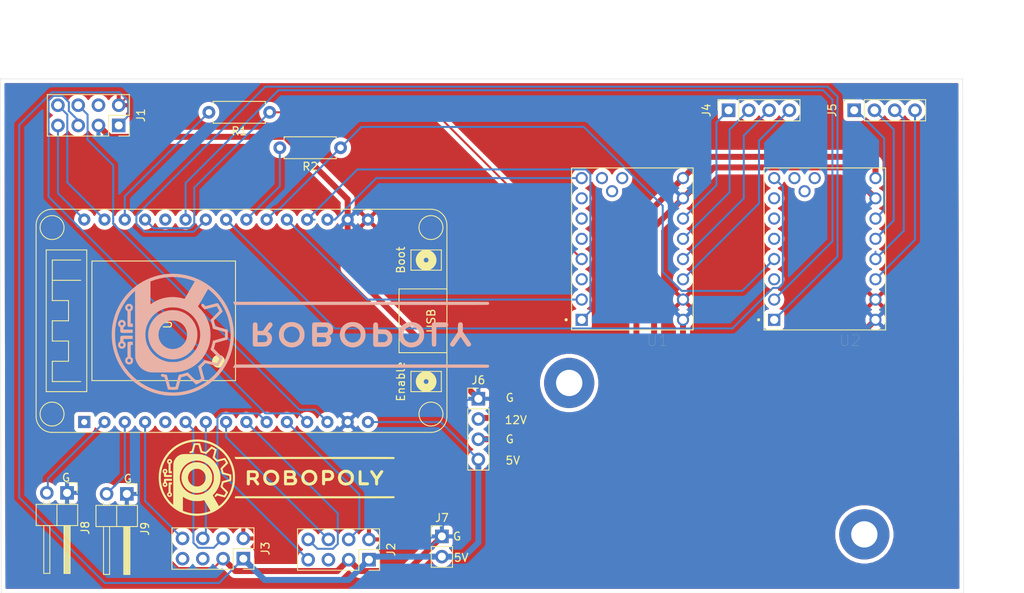
<source format=kicad_pcb>
(kicad_pcb (version 20171130) (host pcbnew 5.1.9-73d0e3b20d~88~ubuntu20.04.1)
  (layers (0 F.Cu signal) (31 B.Cu signal) (34 B.Paste user) (35 F.Paste user) (36 B.SilkS user) (37 F.SilkS user) (38 B.Mask user) (39 F.Mask user) (44 Edge.Cuts user))
  (net 0 "")
  (net 1 GND)
  (net 2 +5V)
  (net 3 I2C_CLK)
  (net 4 I2C_DATA)
  (net 5 B2)
  (net 6 B1)
  (net 7 +12V)
  (net 8 "Net-(J2-Pad5)")
  (net 9 "Net-(J3-Pad5)")
  (net 10 S1_0)
  (net 11 S2_0)
  (net 12 P_DATA_0)
  (net 13 P_CLK_0)
  (net 14 S1_1)
  (net 15 S2_1)
  (net 16 P_DATA_1)
  (net 17 P_CLK_1)
  (net 18 EN_1)
  (net 19 DIR_1)
  (net 20 PULS_1)
  (net 21 EN_0)
  (net 22 DIR_0)
  (net 23 PULS_0)
  (net 24 +3.3V)
  (net 25 "Net-(J4-Pad1)")
  (net 26 "Net-(J4-Pad2)")
  (net 27 "Net-(J4-Pad3)")
  (net 28 "Net-(J4-Pad4)")
  (net 29 "Net-(J5-Pad4)")
  (net 30 "Net-(J5-Pad3)")
  (net 31 "Net-(J5-Pad2)")
  (net 32 "Net-(J5-Pad1)")
  (net 33 "Net-(U2-PadJP1_7)")
  (net 34 "Net-(U2-PadJP1_6)")
  (net 35 "Net-(U2-PadJP1_5)")
  (net 36 "Net-(U2-PadJP1_3)")
  (net 37 "Net-(U2-PadJP5_1)")
  (net 38 "Net-(U2-PadJP4_1)")
  (net 39 "Net-(U2-PadJP3_1)")
  (net 40 "Net-(J1-Pad4)")
  (net 41 "Net-(J8-Pad2)")
  (net 42 "Net-(J9-Pad2)")
  (net 43 "Net-(U1-PadJP1_7)")
  (net 44 "Net-(U1-PadJP1_6)")
  (net 45 "Net-(U1-PadJP1_5)")
  (net 46 UART_0)
  (net 47 "Net-(U1-PadJP1_3)")
  (net 48 "Net-(U1-PadJP5_1)")
  (net 49 "Net-(U1-PadJP4_1)")
  (net 50 "Net-(U1-PadJP3_1)")
  (net 51 UART_1)
  (net 52 "Net-(R1-Pad2)")
  (net 53 "Net-(R2-Pad2)")
  (net 54 "Net-(U3-Pad1)")
  (net 55 "Net-(U3-Pad5)")
  (net 56 "Net-(U3-Pad26)")
  (module ProjectModules:MODULE_TMC2208_SILENTSTEPSTICK (layer F.Cu) (at 126.111 83.82 180)
    (fp_text reference U1 (at -3.155 -11.489) (layer F.SilkS) (effects (font (size 1.4 1.4) (thickness 0.015))))
    (fp_text value TMC2208_SILENTSTEPSTICK-TMC2208_SILENTSTEPSTICK)
    (pad JP3_1 thru_hole circle (at 2.54 7.239 180) (size 1.524 1.524) (drill 1.016) (layers *.Cu *.Mask) (net 50 "Net-(U1-PadJP3_1)"))
    (pad JP4_1 thru_hole circle (at 1.27 8.89 180) (size 1.524 1.524) (drill 1.016) (layers *.Cu *.Mask) (net 49 "Net-(U1-PadJP4_1)"))
    (pad JP5_1 thru_hole circle (at 3.81 8.89 180) (size 1.524 1.524) (drill 1.016) (layers *.Cu *.Mask) (net 48 "Net-(U1-PadJP5_1)"))
    (pad JP1_1 thru_hole rect (at 6.35 -8.89 180) (size 1.524 1.524) (drill 1.016) (layers *.Cu *.Mask) (net 22 DIR_0))
    (pad JP1_2 thru_hole circle (at 6.35 -6.35 180) (size 1.524 1.524) (drill 1.016) (layers *.Cu *.Mask) (net 23 PULS_0))
    (pad JP1_3 thru_hole circle (at 6.35 -3.81 180) (size 1.524 1.524) (drill 1.016) (layers *.Cu *.Mask) (net 47 "Net-(U1-PadJP1_3)"))
    (pad JP1_4 thru_hole circle (at 6.35 -1.27 180) (size 1.524 1.524) (drill 1.016) (layers *.Cu *.Mask) (net 46 UART_0))
    (pad JP1_5 thru_hole circle (at 6.35 1.27 180) (size 1.524 1.524) (drill 1.016) (layers *.Cu *.Mask) (net 45 "Net-(U1-PadJP1_5)"))
    (pad JP1_6 thru_hole circle (at 6.35 3.81 180) (size 1.524 1.524) (drill 1.016) (layers *.Cu *.Mask) (net 44 "Net-(U1-PadJP1_6)"))
    (pad JP1_7 thru_hole circle (at 6.35 6.35 180) (size 1.524 1.524) (drill 1.016) (layers *.Cu *.Mask) (net 43 "Net-(U1-PadJP1_7)"))
    (pad JP1_8 thru_hole circle (at 6.35 8.89 180) (size 1.524 1.524) (drill 1.016) (layers *.Cu *.Mask) (net 21 EN_0))
    (pad JP2_1 thru_hole circle (at -6.35 8.89 180) (size 1.524 1.524) (drill 1.016) (layers *.Cu *.Mask) (net 7 +12V))
    (pad JP2_2 thru_hole circle (at -6.35 6.35 180) (size 1.524 1.524) (drill 1.016) (layers *.Cu *.Mask) (net 1 GND))
    (pad JP2_3 thru_hole circle (at -6.35 3.81 180) (size 1.524 1.524) (drill 1.016) (layers *.Cu *.Mask) (net 25 "Net-(J4-Pad1)"))
    (pad JP2_4 thru_hole circle (at -6.35 1.27 180) (size 1.524 1.524) (drill 1.016) (layers *.Cu *.Mask) (net 26 "Net-(J4-Pad2)"))
    (pad JP2_5 thru_hole circle (at -6.35 -1.27 180) (size 1.524 1.524) (drill 1.016) (layers *.Cu *.Mask) (net 27 "Net-(J4-Pad3)"))
    (pad JP2_6 thru_hole circle (at -6.35 -3.81 180) (size 1.524 1.524) (drill 1.016) (layers *.Cu *.Mask) (net 28 "Net-(J4-Pad4)"))
    (pad JP2_7 thru_hole circle (at -6.35 -6.35 180) (size 1.524 1.524) (drill 1.016) (layers *.Cu *.Mask) (net 24 +3.3V))
    (pad JP2_8 thru_hole circle (at -6.35 -8.89 180) (size 1.524 1.524) (drill 1.016) (layers *.Cu *.Mask) (net 1 GND))
  )
  (module Connector_PinSocket_2.54mm:PinSocket_2x04_P2.54mm_Vertical (layer F.Cu) (at 93.091 122.809 270)
    (fp_text reference J2 (at -1.27 -2.77 90) (layer F.SilkS))
    (fp_text value GLASS_0)
    (pad 8 thru_hole oval (at -2.54 7.62 270) (size 1.7 1.7) (drill 1) (layers *.Cu *.Mask) (net 10 S1_0))
    (pad 7 thru_hole oval (at 0 7.62 270) (size 1.7 1.7) (drill 1) (layers *.Cu *.Mask) (net 11 S2_0))
    (pad 6 thru_hole oval (at -2.54 5.08 270) (size 1.7 1.7) (drill 1) (layers *.Cu *.Mask) (net 12 P_DATA_0))
    (pad 5 thru_hole oval (at 0 5.08 270) (size 1.7 1.7) (drill 1) (layers *.Cu *.Mask) (net 8 "Net-(J2-Pad5)"))
    (pad 4 thru_hole oval (at -2.54 2.54 270) (size 1.7 1.7) (drill 1) (layers *.Cu *.Mask) (net 13 P_CLK_0))
    (pad 3 thru_hole oval (at 0 2.54 270) (size 1.7 1.7) (drill 1) (layers *.Cu *.Mask) (net 1 GND))
    (pad 2 thru_hole oval (at -2.54 0 270) (size 1.7 1.7) (drill 1) (layers *.Cu *.Mask) (net 24 +3.3V))
    (pad 1 thru_hole rect (at 0 0 270) (size 1.7 1.7) (drill 1) (layers *.Cu *.Mask) (net 2 +5V))
  )
  (module ProjectModules:esp32_devkit_v1_doit (layer F.Cu) (at 57.404 92.837 90)
    (fp_text reference U3 (at 0 10.47 90) (layer F.SilkS))
    (fp_text value ESP32_DevKit_V1_DOIT_30_pin)
    (fp_text user USB (at 0 43.49 90) (layer F.SilkS))
    (fp_text user Boot (at 7.62 39.68 90) (layer F.SilkS))
    (fp_text user Enable (at -7.62 39.68 90) (layer F.SilkS))
    (pad 1 thru_hole rect (at -12.7 0 90) (size 1.524 1.524) (drill 0.762) (layers *.Cu *.Mask) (net 54 "Net-(U3-Pad1)"))
    (pad 2 thru_hole circle (at -12.7 2.54 90) (size 1.524 1.524) (drill 0.762) (layers *.Cu *.Mask) (net 41 "Net-(J8-Pad2)"))
    (pad 3 thru_hole circle (at -12.7 5.08 90) (size 1.524 1.524) (drill 0.762) (layers *.Cu *.Mask) (net 42 "Net-(J9-Pad2)"))
    (pad 4 thru_hole circle (at -12.7 7.62 90) (size 1.524 1.524) (drill 0.762) (layers *.Cu *.Mask) (net 14 S1_1))
    (pad 5 thru_hole circle (at -12.7 10.16 90) (size 1.524 1.524) (drill 0.762) (layers *.Cu *.Mask) (net 55 "Net-(U3-Pad5)"))
    (pad 6 thru_hole circle (at -12.7 12.7 90) (size 1.524 1.524) (drill 0.762) (layers *.Cu *.Mask) (net 17 P_CLK_1))
    (pad 7 thru_hole circle (at -12.7 15.24 90) (size 1.524 1.524) (drill 0.762) (layers *.Cu *.Mask) (net 16 P_DATA_1))
    (pad 8 thru_hole circle (at -12.7 17.78 90) (size 1.524 1.524) (drill 0.762) (layers *.Cu *.Mask) (net 12 P_DATA_0))
    (pad 9 thru_hole circle (at -12.7 20.32 90) (size 1.524 1.524) (drill 0.762) (layers *.Cu *.Mask) (net 10 S1_0))
    (pad 10 thru_hole circle (at -12.7 22.86 90) (size 1.524 1.524) (drill 0.762) (layers *.Cu *.Mask) (net 11 S2_0))
    (pad 11 thru_hole circle (at -12.7 25.4 90) (size 1.524 1.524) (drill 0.762) (layers *.Cu *.Mask) (net 13 P_CLK_0))
    (pad 12 thru_hole circle (at -12.7 27.94 90) (size 1.524 1.524) (drill 0.762) (layers *.Cu *.Mask) (net 6 B1))
    (pad 13 thru_hole circle (at -12.7 30.48 90) (size 1.524 1.524) (drill 0.762) (layers *.Cu *.Mask) (net 5 B2))
    (pad 14 thru_hole circle (at -12.7 33.02 90) (size 1.524 1.524) (drill 0.762) (layers *.Cu *.Mask) (net 1 GND))
    (pad 15 thru_hole circle (at -12.7 35.56 90) (size 1.524 1.524) (drill 0.762) (layers *.Cu *.Mask) (net 2 +5V))
    (pad 16 thru_hole circle (at 12.7 35.56 90) (size 1.524 1.524) (drill 0.762) (layers *.Cu *.Mask) (net 24 +3.3V))
    (pad 17 thru_hole circle (at 12.7 33.02 90) (size 1.524 1.524) (drill 0.762) (layers *.Cu *.Mask) (net 1 GND))
    (pad 18 thru_hole circle (at 12.7 30.48 90) (size 1.524 1.524) (drill 0.762) (layers *.Cu *.Mask) (net 21 EN_0))
    (pad 19 thru_hole circle (at 12.7 27.94 90) (size 1.524 1.524) (drill 0.762) (layers *.Cu *.Mask) (net 22 DIR_0))
    (pad 20 thru_hole circle (at 12.7 25.4 90) (size 1.524 1.524) (drill 0.762) (layers *.Cu *.Mask) (net 23 PULS_0))
    (pad 21 thru_hole circle (at 12.7 22.86 90) (size 1.524 1.524) (drill 0.762) (layers *.Cu *.Mask) (net 51 UART_1))
    (pad 22 thru_hole circle (at 12.7 20.32 90) (size 1.524 1.524) (drill 0.762) (layers *.Cu *.Mask) (net 53 "Net-(R2-Pad2)"))
    (pad 23 thru_hole circle (at 12.7 17.78 90) (size 1.524 1.524) (drill 0.762) (layers *.Cu *.Mask) (net 18 EN_1))
    (pad 24 thru_hole circle (at 12.7 15.24 90) (size 1.524 1.524) (drill 0.762) (layers *.Cu *.Mask) (net 19 DIR_1))
    (pad 25 thru_hole circle (at 12.7 12.7 90) (size 1.524 1.524) (drill 0.762) (layers *.Cu *.Mask) (net 20 PULS_1))
    (pad 26 thru_hole circle (at 12.7 10.16 90) (size 1.524 1.524) (drill 0.762) (layers *.Cu *.Mask) (net 56 "Net-(U3-Pad26)"))
    (pad 27 thru_hole circle (at 12.7 7.62 90) (size 1.524 1.524) (drill 0.762) (layers *.Cu *.Mask) (net 46 UART_0))
    (pad 28 thru_hole circle (at 12.7 5.08 90) (size 1.524 1.524) (drill 0.762) (layers *.Cu *.Mask) (net 52 "Net-(R1-Pad2)"))
    (pad 29 thru_hole circle (at 12.7 2.54 90) (size 1.524 1.524) (drill 0.762) (layers *.Cu *.Mask) (net 4 I2C_DATA))
    (pad 30 thru_hole circle (at 12.7 0 90) (size 1.524 1.524) (drill 0.762) (layers *.Cu *.Mask) (net 3 I2C_CLK))
  )
  (module ProjectModules:MODULE_TMC2208_SILENTSTEPSTICK (layer F.Cu) (at 150.241 83.82 180)
    (fp_text reference U2 (at -3.155 -11.489) (layer F.SilkS) (effects (font (size 1.4 1.4) (thickness 0.015))))
    (fp_text value TMC2208_SILENTSTEPSTICK-TMC2208_SILENTSTEPSTICK)
    (pad JP3_1 thru_hole circle (at 2.54 7.239 180) (size 1.524 1.524) (drill 1.016) (layers *.Cu *.Mask) (net 39 "Net-(U2-PadJP3_1)"))
    (pad JP4_1 thru_hole circle (at 1.27 8.89 180) (size 1.524 1.524) (drill 1.016) (layers *.Cu *.Mask) (net 38 "Net-(U2-PadJP4_1)"))
    (pad JP5_1 thru_hole circle (at 3.81 8.89 180) (size 1.524 1.524) (drill 1.016) (layers *.Cu *.Mask) (net 37 "Net-(U2-PadJP5_1)"))
    (pad JP1_1 thru_hole rect (at 6.35 -8.89 180) (size 1.524 1.524) (drill 1.016) (layers *.Cu *.Mask) (net 19 DIR_1))
    (pad JP1_2 thru_hole circle (at 6.35 -6.35 180) (size 1.524 1.524) (drill 1.016) (layers *.Cu *.Mask) (net 20 PULS_1))
    (pad JP1_3 thru_hole circle (at 6.35 -3.81 180) (size 1.524 1.524) (drill 1.016) (layers *.Cu *.Mask) (net 36 "Net-(U2-PadJP1_3)"))
    (pad JP1_4 thru_hole circle (at 6.35 -1.27 180) (size 1.524 1.524) (drill 1.016) (layers *.Cu *.Mask) (net 51 UART_1))
    (pad JP1_5 thru_hole circle (at 6.35 1.27 180) (size 1.524 1.524) (drill 1.016) (layers *.Cu *.Mask) (net 35 "Net-(U2-PadJP1_5)"))
    (pad JP1_6 thru_hole circle (at 6.35 3.81 180) (size 1.524 1.524) (drill 1.016) (layers *.Cu *.Mask) (net 34 "Net-(U2-PadJP1_6)"))
    (pad JP1_7 thru_hole circle (at 6.35 6.35 180) (size 1.524 1.524) (drill 1.016) (layers *.Cu *.Mask) (net 33 "Net-(U2-PadJP1_7)"))
    (pad JP1_8 thru_hole circle (at 6.35 8.89 180) (size 1.524 1.524) (drill 1.016) (layers *.Cu *.Mask) (net 18 EN_1))
    (pad JP2_1 thru_hole circle (at -6.35 8.89 180) (size 1.524 1.524) (drill 1.016) (layers *.Cu *.Mask) (net 7 +12V))
    (pad JP2_2 thru_hole circle (at -6.35 6.35 180) (size 1.524 1.524) (drill 1.016) (layers *.Cu *.Mask) (net 1 GND))
    (pad JP2_3 thru_hole circle (at -6.35 3.81 180) (size 1.524 1.524) (drill 1.016) (layers *.Cu *.Mask) (net 32 "Net-(J5-Pad1)"))
    (pad JP2_4 thru_hole circle (at -6.35 1.27 180) (size 1.524 1.524) (drill 1.016) (layers *.Cu *.Mask) (net 31 "Net-(J5-Pad2)"))
    (pad JP2_5 thru_hole circle (at -6.35 -1.27 180) (size 1.524 1.524) (drill 1.016) (layers *.Cu *.Mask) (net 30 "Net-(J5-Pad3)"))
    (pad JP2_6 thru_hole circle (at -6.35 -3.81 180) (size 1.524 1.524) (drill 1.016) (layers *.Cu *.Mask) (net 29 "Net-(J5-Pad4)"))
    (pad JP2_7 thru_hole circle (at -6.35 -6.35 180) (size 1.524 1.524) (drill 1.016) (layers *.Cu *.Mask) (net 24 +3.3V))
    (pad JP2_8 thru_hole circle (at -6.35 -8.89 180) (size 1.524 1.524) (drill 1.016) (layers *.Cu *.Mask) (net 1 GND))
  )
  (module Connector_PinHeader_2.54mm:PinHeader_1x04_P2.54mm_Vertical (layer F.Cu) (at 106.807 102.616)
    (fp_text reference J6 (at 0 -2.33) (layer F.SilkS))
    (fp_text value DCDC_BOOSTER)
    (pad 4 thru_hole oval (at 0 7.62) (size 1.7 1.7) (drill 1) (layers *.Cu *.Mask) (net 2 +5V))
    (pad 3 thru_hole oval (at 0 5.08) (size 1.7 1.7) (drill 1) (layers *.Cu *.Mask) (net 1 GND))
    (pad 2 thru_hole oval (at 0 2.54) (size 1.7 1.7) (drill 1) (layers *.Cu *.Mask) (net 7 +12V))
    (pad 1 thru_hole rect (at 0 0) (size 1.7 1.7) (drill 1) (layers *.Cu *.Mask) (net 1 GND))
  )
  (module Connector_PinHeader_2.54mm:PinHeader_1x02_P2.54mm_Vertical (layer F.Cu) (at 102.235 119.888)
    (fp_text reference J7 (at 0 -2.33) (layer F.SilkS))
    (fp_text value ALIM_5V)
    (pad 2 thru_hole oval (at 0 2.54) (size 1.7 1.7) (drill 1) (layers *.Cu *.Mask) (net 2 +5V))
    (pad 1 thru_hole rect (at 0 0) (size 1.7 1.7) (drill 1) (layers *.Cu *.Mask) (net 1 GND))
  )
  (module robopoly_logo:logo_30mm (layer F.Cu) (at 83.693 112.395)
    (fp_text reference REF**)
    (fp_text value logo_30mm)
  )
  (module robopoly_logo:logo_50mm (layer B.Cu) (at 83.058 94.996)
    (fp_text reference REF**)
    (fp_text value logo_50mm)
  )
  (module Resistor_THT:R_Axial_DIN0207_L6.3mm_D2.5mm_P7.62mm_Horizontal (layer F.Cu) (at 89.535 71.12 180)
    (fp_text reference R2 (at 3.81 -2.37) (layer F.SilkS))
    (fp_text value 1kOHM)
    (pad 2 thru_hole oval (at 7.62 0 180) (size 1.6 1.6) (drill 0.8) (layers *.Cu *.Mask) (net 53 "Net-(R2-Pad2)"))
    (pad 1 thru_hole circle (at 0 0 180) (size 1.6 1.6) (drill 0.8) (layers *.Cu *.Mask) (net 51 UART_1))
  )
  (module Resistor_THT:R_Axial_DIN0207_L6.3mm_D2.5mm_P7.62mm_Horizontal (layer F.Cu) (at 80.645 66.675 180)
    (fp_text reference R1 (at 3.81 -2.37) (layer F.SilkS))
    (fp_text value 1kOHM)
    (pad 2 thru_hole oval (at 7.62 0 180) (size 1.6 1.6) (drill 0.8) (layers *.Cu *.Mask) (net 52 "Net-(R1-Pad2)"))
    (pad 1 thru_hole circle (at 0 0 180) (size 1.6 1.6) (drill 0.8) (layers *.Cu *.Mask) (net 46 UART_0))
  )
  (module Connector_PinHeader_2.54mm:PinHeader_1x02_P2.54mm_Horizontal (layer F.Cu) (at 62.738 114.554 270)
    (fp_text reference J9 (at 4.385 -2.27 90) (layer F.SilkS))
    (fp_text value SPARE_GPIO_1)
    (pad 2 thru_hole oval (at 0 2.54 270) (size 1.7 1.7) (drill 1) (layers *.Cu *.Mask) (net 42 "Net-(J9-Pad2)"))
    (pad 1 thru_hole rect (at 0 0 270) (size 1.7 1.7) (drill 1) (layers *.Cu *.Mask) (net 1 GND))
  )
  (module Connector_PinHeader_2.54mm:PinHeader_1x02_P2.54mm_Horizontal (layer F.Cu) (at 55.245 114.427 270)
    (fp_text reference J8 (at 4.385 -2.27 90) (layer F.SilkS))
    (fp_text value SPARE_GPIO_0)
    (pad 2 thru_hole oval (at 0 2.54 270) (size 1.7 1.7) (drill 1) (layers *.Cu *.Mask) (net 41 "Net-(J8-Pad2)"))
    (pad 1 thru_hole rect (at 0 0 270) (size 1.7 1.7) (drill 1) (layers *.Cu *.Mask) (net 1 GND))
  )
  (module Connector_PinSocket_2.54mm:PinSocket_1x04_P2.54mm_Vertical (layer F.Cu) (at 153.924 66.421 90)
    (fp_text reference J5 (at 0 -2.77 90) (layer F.SilkS))
    (fp_text value STEPPER_1)
    (pad 4 thru_hole oval (at 0 7.62 90) (size 1.7 1.7) (drill 1) (layers *.Cu *.Mask) (net 29 "Net-(J5-Pad4)"))
    (pad 3 thru_hole oval (at 0 5.08 90) (size 1.7 1.7) (drill 1) (layers *.Cu *.Mask) (net 30 "Net-(J5-Pad3)"))
    (pad 2 thru_hole oval (at 0 2.54 90) (size 1.7 1.7) (drill 1) (layers *.Cu *.Mask) (net 31 "Net-(J5-Pad2)"))
    (pad 1 thru_hole rect (at 0 0 90) (size 1.7 1.7) (drill 1) (layers *.Cu *.Mask) (net 32 "Net-(J5-Pad1)"))
  )
  (module Connector_PinSocket_2.54mm:PinSocket_1x04_P2.54mm_Vertical (layer F.Cu) (at 138.176 66.421 90)
    (fp_text reference J4 (at 0 -2.77 90) (layer F.SilkS))
    (fp_text value STEPPER_0)
    (pad 4 thru_hole oval (at 0 7.62 90) (size 1.7 1.7) (drill 1) (layers *.Cu *.Mask) (net 28 "Net-(J4-Pad4)"))
    (pad 3 thru_hole oval (at 0 5.08 90) (size 1.7 1.7) (drill 1) (layers *.Cu *.Mask) (net 27 "Net-(J4-Pad3)"))
    (pad 2 thru_hole oval (at 0 2.54 90) (size 1.7 1.7) (drill 1) (layers *.Cu *.Mask) (net 26 "Net-(J4-Pad2)"))
    (pad 1 thru_hole rect (at 0 0 90) (size 1.7 1.7) (drill 1) (layers *.Cu *.Mask) (net 25 "Net-(J4-Pad1)"))
  )
  (module Connector_PinSocket_2.54mm:PinSocket_2x04_P2.54mm_Vertical (layer F.Cu) (at 77.343 122.682 270)
    (fp_text reference J3 (at -1.27 -2.77 90) (layer F.SilkS))
    (fp_text value GLASS_1)
    (pad 8 thru_hole oval (at -2.54 7.62 270) (size 1.7 1.7) (drill 1) (layers *.Cu *.Mask) (net 14 S1_1))
    (pad 7 thru_hole oval (at 0 7.62 270) (size 1.7 1.7) (drill 1) (layers *.Cu *.Mask) (net 15 S2_1))
    (pad 6 thru_hole oval (at -2.54 5.08 270) (size 1.7 1.7) (drill 1) (layers *.Cu *.Mask) (net 16 P_DATA_1))
    (pad 5 thru_hole oval (at 0 5.08 270) (size 1.7 1.7) (drill 1) (layers *.Cu *.Mask) (net 9 "Net-(J3-Pad5)"))
    (pad 4 thru_hole oval (at -2.54 2.54 270) (size 1.7 1.7) (drill 1) (layers *.Cu *.Mask) (net 17 P_CLK_1))
    (pad 3 thru_hole oval (at 0 2.54 270) (size 1.7 1.7) (drill 1) (layers *.Cu *.Mask) (net 1 GND))
    (pad 2 thru_hole oval (at -2.54 0 270) (size 1.7 1.7) (drill 1) (layers *.Cu *.Mask) (net 24 +3.3V))
    (pad 1 thru_hole rect (at 0 0 270) (size 1.7 1.7) (drill 1) (layers *.Cu *.Mask) (net 2 +5V))
  )
  (module Connector_PinSocket_2.54mm:PinSocket_2x04_P2.54mm_Vertical (layer F.Cu) (at 61.722 68.326 270)
    (fp_text reference J1 (at -1.27 -2.77 90) (layer F.SilkS))
    (fp_text value CMD_PAN)
    (pad 8 thru_hole oval (at -2.54 7.62 270) (size 1.7 1.7) (drill 1) (layers *.Cu *.Mask) (net 4 I2C_DATA))
    (pad 7 thru_hole oval (at 0 7.62 270) (size 1.7 1.7) (drill 1) (layers *.Cu *.Mask) (net 3 I2C_CLK))
    (pad 6 thru_hole oval (at -2.54 5.08 270) (size 1.7 1.7) (drill 1) (layers *.Cu *.Mask) (net 5 B2))
    (pad 5 thru_hole oval (at 0 5.08 270) (size 1.7 1.7) (drill 1) (layers *.Cu *.Mask) (net 6 B1))
    (pad 4 thru_hole oval (at -2.54 2.54 270) (size 1.7 1.7) (drill 1) (layers *.Cu *.Mask) (net 40 "Net-(J1-Pad4)"))
    (pad 3 thru_hole oval (at 0 2.54 270) (size 1.7 1.7) (drill 1) (layers *.Cu *.Mask) (net 1 GND))
    (pad 2 thru_hole oval (at -2.54 0 270) (size 1.7 1.7) (drill 1) (layers *.Cu *.Mask) (net 24 +3.3V))
    (pad 1 thru_hole rect (at 0 0 270) (size 1.7 1.7) (drill 1) (layers *.Cu *.Mask) (net 2 +5V))
  )
  (gr_text 5V (at 104.648 122.555) (layer F.SilkS) (effects (font (size 1 1))))
  (gr_text 5V (at 111.125 110.363) (layer F.SilkS) (effects (font (size 1 1))))
  (gr_text G (at 110.744 107.696) (layer F.SilkS) (effects (font (size 1 1))))
  (gr_text "12V\n" (at 111.506 105.283) (layer F.SilkS) (effects (font (size 1 1))))
  (gr_text G (at 110.744 102.489) (layer F.SilkS) (effects (font (size 1 1))))
  (gr_text G (at 55.118 112.522) (layer F.SilkS) (effects (font (size 1 1))))
  (gr_text G (at 62.865 112.649) (layer F.SilkS) (effects (font (size 1 1))))
  (gr_text G (at 104.14 119.888) (layer F.SilkS) (effects (font (size 1 1))))
  (gr_line (start 46.863 62.484) (end 46.99 127) (layer Edge.Cuts) (width 0.05))
  (gr_line (start 167.513 62.484) (end 46.863 62.484) (layer Edge.Cuts) (width 0.05))
  (gr_line (start 167.64 127) (end 167.513 62.484) (layer Edge.Cuts) (width 0.05))
  (gr_line (start 46.99 127) (end 167.64 127) (layer Edge.Cuts) (width 0.05))
  (via (at 118.194 100.634) (size 6.3) (drill 3.3) (layers F.Cu B.Cu) (net 0))
  (via (at 155.194 119.634) (size 6.3) (drill 3.3) (layers F.Cu B.Cu) (net 0))
  (segment (start 100.551999 121.444001) (end 102.235 119.761) (width 0.25) (layer B.Cu) (net 1))
  (segment (start 152.713999 73.592999) (end 156.591 77.47) (width 0.75) (layer F.Cu) (net 1))
  (segment (start 136.338001 73.592999) (end 152.713999 73.592999) (width 0.75) (layer F.Cu) (net 1))
  (segment (start 132.461 77.47) (end 136.338001 73.592999) (width 0.75) (layer F.Cu) (net 1))
  (segment (start 89.125999 124.234001) (end 90.551 122.809) (width 0.75) (layer F.Cu) (net 1))
  (segment (start 76.355001 124.234001) (end 89.125999 124.234001) (width 0.75) (layer F.Cu) (net 1))
  (segment (start 74.803 122.682) (end 76.355001 124.234001) (width 0.75) (layer F.Cu) (net 1))
  (segment (start 97.888999 124.234001) (end 102.235 119.888) (width 0.75) (layer F.Cu) (net 1))
  (segment (start 91.976001 124.234001) (end 97.888999 124.234001) (width 0.75) (layer F.Cu) (net 1))
  (segment (start 90.551 122.809) (end 91.976001 124.234001) (width 0.75) (layer F.Cu) (net 1))
  (segment (start 73.627999 123.857001) (end 74.803 122.682) (width 0.25) (layer F.Cu) (net 1))
  (segment (start 69.158999 123.857001) (end 73.627999 123.857001) (width 0.25) (layer F.Cu) (net 1))
  (segment (start 62.738 117.436002) (end 69.158999 123.857001) (width 0.25) (layer F.Cu) (net 1))
  (segment (start 62.738 114.554) (end 62.738 117.436002) (width 0.25) (layer F.Cu) (net 1))
  (segment (start 132.461 77.47) (end 128.83901 81.09199) (width 0.75) (layer F.Cu) (net 1))
  (segment (start 90.424 77.593998) (end 90.424 80.137) (width 0.75) (layer F.Cu) (net 1))
  (segment (start 82.575001 69.744999) (end 90.424 77.593998) (width 0.75) (layer F.Cu) (net 1))
  (segment (start 81.254999 69.744999) (end 82.575001 69.744999) (width 0.75) (layer F.Cu) (net 1))
  (segment (start 81.248997 69.751001) (end 81.254999 69.744999) (width 0.75) (layer F.Cu) (net 1))
  (segment (start 60.607001 69.751001) (end 81.248997 69.751001) (width 0.75) (layer F.Cu) (net 1))
  (segment (start 59.182 68.326) (end 60.607001 69.751001) (width 0.75) (layer F.Cu) (net 1))
  (segment (start 122.247517 107.696) (end 106.807 107.696) (width 0.75) (layer F.Cu) (net 1))
  (segment (start 128.83901 81.09199) (end 128.83901 101.104507) (width 0.75) (layer F.Cu) (net 1))
  (segment (start 132.461 97.482516) (end 123.226758 106.716758) (width 0.75) (layer F.Cu) (net 1))
  (segment (start 123.226758 106.716758) (end 122.247517 107.696) (width 0.75) (layer F.Cu) (net 1))
  (segment (start 128.83901 101.104507) (end 123.226758 106.716758) (width 0.75) (layer F.Cu) (net 1))
  (segment (start 90.424 86.233) (end 106.807 102.616) (width 0.75) (layer F.Cu) (net 1))
  (segment (start 90.424 80.137) (end 90.424 86.233) (width 0.75) (layer F.Cu) (net 1))
  (segment (start 151.818484 97.482516) (end 132.461 97.482516) (width 0.75) (layer F.Cu) (net 1))
  (segment (start 156.591 92.71) (end 151.818484 97.482516) (width 0.75) (layer F.Cu) (net 1))
  (segment (start 132.461 92.71) (end 132.461 97.482516) (width 0.75) (layer F.Cu) (net 1))
  (segment (start 101.727 122.809) (end 102.235 122.301) (width 0.25) (layer B.Cu) (net 2))
  (segment (start 53.351598 64.16099) (end 49.243999 68.268589) (width 0.25) (layer B.Cu) (net 2))
  (segment (start 61.835992 64.16099) (end 53.351598 64.16099) (width 0.25) (layer B.Cu) (net 2))
  (segment (start 62.897001 65.221999) (end 61.835992 64.16099) (width 0.25) (layer B.Cu) (net 2))
  (segment (start 49.243999 68.268589) (end 49.243999 114.991001) (width 0.25) (layer B.Cu) (net 2))
  (segment (start 62.897001 67.150999) (end 62.897001 65.221999) (width 0.25) (layer B.Cu) (net 2))
  (segment (start 61.722 68.326) (end 62.897001 67.150999) (width 0.25) (layer B.Cu) (net 2))
  (segment (start 91.915999 123.984001) (end 92.0115 123.8885) (width 0.25) (layer B.Cu) (net 2))
  (segment (start 92.0115 123.8885) (end 93.091 122.809) (width 0.25) (layer B.Cu) (net 2))
  (segment (start 58.109999 123.857001) (end 58.109999 123.895999) (width 0.25) (layer B.Cu) (net 2))
  (segment (start 102.108 105.537) (end 106.807 110.236) (width 0.25) (layer B.Cu) (net 2))
  (segment (start 92.964 105.537) (end 102.108 105.537) (width 0.25) (layer B.Cu) (net 2))
  (segment (start 102.235 122.428) (end 105.029 122.428) (width 0.75) (layer B.Cu) (net 2))
  (segment (start 106.807 120.65) (end 106.807 110.236) (width 0.75) (layer B.Cu) (net 2))
  (segment (start 105.029 122.428) (end 106.807 120.65) (width 0.75) (layer B.Cu) (net 2))
  (segment (start 77.343 122.682) (end 80.01 125.349) (width 0.75) (layer B.Cu) (net 2))
  (segment (start 90.551 125.349) (end 93.091 122.809) (width 0.75) (layer B.Cu) (net 2))
  (segment (start 80.01 125.349) (end 90.551 125.349) (width 0.75) (layer B.Cu) (net 2))
  (segment (start 93.472 122.428) (end 93.091 122.809) (width 0.75) (layer B.Cu) (net 2))
  (segment (start 102.235 122.428) (end 93.472 122.428) (width 0.75) (layer B.Cu) (net 2))
  (segment (start 59.982998 125.73) (end 57.994999 123.742001) (width 0.25) (layer B.Cu) (net 2))
  (segment (start 74.295 125.73) (end 59.982998 125.73) (width 0.25) (layer B.Cu) (net 2))
  (segment (start 77.343 122.682) (end 74.295 125.73) (width 0.25) (layer B.Cu) (net 2))
  (segment (start 57.994999 123.742001) (end 58.109999 123.857001) (width 0.25) (layer B.Cu) (net 2))
  (segment (start 49.243999 114.991001) (end 57.994999 123.742001) (width 0.25) (layer B.Cu) (net 2))
  (segment (start 54.102 76.835) (end 57.404 80.137) (width 0.25) (layer B.Cu) (net 3))
  (segment (start 54.102 68.326) (end 54.102 76.835) (width 0.25) (layer B.Cu) (net 3))
  (segment (start 55.277001 75.470001) (end 59.944 80.137) (width 0.25) (layer B.Cu) (net 4))
  (segment (start 55.277001 66.961001) (end 55.277001 75.470001) (width 0.25) (layer B.Cu) (net 4))
  (segment (start 54.102 65.786) (end 55.277001 66.961001) (width 0.25) (layer B.Cu) (net 4))
  (segment (start 86.346989 103.999989) (end 87.884 105.537) (width 0.25) (layer B.Cu) (net 5))
  (segment (start 61.031001 73.326001) (end 61.031001 80.658761) (width 0.25) (layer B.Cu) (net 5))
  (segment (start 61.031001 80.658761) (end 84.372229 103.999989) (width 0.25) (layer B.Cu) (net 5))
  (segment (start 57.817001 70.112001) (end 61.031001 73.326001) (width 0.25) (layer B.Cu) (net 5))
  (segment (start 57.817001 66.961001) (end 57.817001 70.112001) (width 0.25) (layer B.Cu) (net 5))
  (segment (start 84.372229 103.999989) (end 86.346989 103.999989) (width 0.25) (layer B.Cu) (net 5))
  (segment (start 56.642 65.786) (end 57.817001 66.961001) (width 0.25) (layer B.Cu) (net 5))
  (segment (start 55.466999 66.514589) (end 56.642 67.68959) (width 0.25) (layer B.Cu) (net 6))
  (segment (start 56.642 67.68959) (end 56.642 68.326) (width 0.25) (layer B.Cu) (net 6))
  (segment (start 55.466999 65.411997) (end 55.466999 66.514589) (width 0.25) (layer B.Cu) (net 6))
  (segment (start 54.666001 64.610999) (end 55.466999 65.411997) (width 0.25) (layer B.Cu) (net 6))
  (segment (start 53.537999 64.610999) (end 54.666001 64.610999) (width 0.25) (layer B.Cu) (net 6))
  (segment (start 52.926999 65.221999) (end 53.537999 64.610999) (width 0.25) (layer B.Cu) (net 6))
  (segment (start 52.926999 77.268761) (end 52.926999 65.221999) (width 0.25) (layer B.Cu) (net 6))
  (segment (start 80.108237 104.449999) (end 52.926999 77.268761) (width 0.25) (layer B.Cu) (net 6))
  (segment (start 84.256999 104.449999) (end 80.108237 104.449999) (width 0.25) (layer B.Cu) (net 6))
  (segment (start 85.344 105.537) (end 84.256999 104.449999) (width 0.25) (layer B.Cu) (net 6))
  (segment (start 106.934 105.283) (end 106.807 105.156) (width 0.25) (layer B.Cu) (net 7))
  (segment (start 156.591 74.93) (end 156.591 73.406) (width 0.25) (layer F.Cu) (net 7))
  (segment (start 156.591 73.406) (end 156.21 73.025) (width 0.25) (layer F.Cu) (net 7))
  (segment (start 156.591 74.93) (end 156.591 73.025) (width 0.75) (layer F.Cu) (net 7))
  (segment (start 156.591 73.025) (end 155.829 72.263) (width 0.75) (layer F.Cu) (net 7))
  (segment (start 135.128 72.263) (end 132.461 74.93) (width 0.75) (layer F.Cu) (net 7))
  (segment (start 155.829 72.263) (end 135.128 72.263) (width 0.75) (layer F.Cu) (net 7))
  (segment (start 126.619 100.584) (end 122.174 105.029) (width 0.75) (layer F.Cu) (net 7))
  (segment (start 126.619 80.772) (end 128.27 79.121) (width 0.75) (layer F.Cu) (net 7))
  (segment (start 126.619 100.584) (end 126.619 80.772) (width 0.75) (layer F.Cu) (net 7))
  (segment (start 128.27 79.121) (end 127.889 79.502) (width 0.75) (layer F.Cu) (net 7))
  (segment (start 132.461 74.93) (end 128.27 79.121) (width 0.75) (layer F.Cu) (net 7))
  (segment (start 106.934 105.029) (end 106.807 105.156) (width 0.75) (layer F.Cu) (net 7))
  (segment (start 122.174 105.029) (end 106.934 105.029) (width 0.75) (layer F.Cu) (net 7))
  (segment (start 86.646001 121.444001) (end 85.471 120.269) (width 0.25) (layer B.Cu) (net 10))
  (segment (start 88.575001 121.444001) (end 86.646001 121.444001) (width 0.25) (layer B.Cu) (net 10))
  (segment (start 89.186001 120.833001) (end 88.575001 121.444001) (width 0.25) (layer B.Cu) (net 10))
  (segment (start 89.186001 116.999001) (end 89.186001 120.833001) (width 0.25) (layer B.Cu) (net 10))
  (segment (start 77.724 105.537) (end 89.186001 116.999001) (width 0.25) (layer B.Cu) (net 10))
  (segment (start 74.096999 111.434999) (end 85.471 122.809) (width 0.25) (layer B.Cu) (net 11))
  (segment (start 74.096999 105.015239) (end 74.096999 111.434999) (width 0.25) (layer B.Cu) (net 11))
  (segment (start 74.662239 104.449999) (end 74.096999 105.015239) (width 0.25) (layer B.Cu) (net 11))
  (segment (start 79.176999 104.449999) (end 74.662239 104.449999) (width 0.25) (layer B.Cu) (net 11))
  (segment (start 80.264 105.537) (end 79.176999 104.449999) (width 0.25) (layer B.Cu) (net 11))
  (segment (start 75.184 107.442) (end 88.011 120.269) (width 0.25) (layer B.Cu) (net 12))
  (segment (start 75.184 105.537) (end 75.184 107.442) (width 0.25) (layer B.Cu) (net 12))
  (segment (start 91.876999 114.609999) (end 82.804 105.537) (width 0.25) (layer B.Cu) (net 13))
  (segment (start 91.876999 118.943001) (end 91.876999 114.609999) (width 0.25) (layer B.Cu) (net 13))
  (segment (start 90.551 120.269) (end 91.876999 118.943001) (width 0.25) (layer B.Cu) (net 13))
  (segment (start 65.024 115.443) (end 69.723 120.142) (width 0.25) (layer B.Cu) (net 14))
  (segment (start 65.024 105.537) (end 65.024 115.443) (width 0.25) (layer B.Cu) (net 14))
  (segment (start 72.644 119.761) (end 72.263 120.142) (width 0.25) (layer B.Cu) (net 16))
  (segment (start 72.644 105.537) (end 72.644 119.761) (width 0.25) (layer B.Cu) (net 16))
  (segment (start 73.627999 121.317001) (end 74.803 120.142) (width 0.25) (layer B.Cu) (net 17))
  (segment (start 71.698999 121.317001) (end 73.627999 121.317001) (width 0.25) (layer B.Cu) (net 17))
  (segment (start 71.087999 120.706001) (end 71.698999 121.317001) (width 0.25) (layer B.Cu) (net 17))
  (segment (start 71.087999 106.520999) (end 71.087999 120.706001) (width 0.25) (layer B.Cu) (net 17))
  (segment (start 70.104 105.537) (end 71.087999 106.520999) (width 0.25) (layer B.Cu) (net 17))
  (segment (start 144.978001 76.017001) (end 143.891 74.93) (width 0.25) (layer B.Cu) (net 18))
  (segment (start 143.735237 88.717001) (end 144.412761 88.717001) (width 0.25) (layer B.Cu) (net 18))
  (segment (start 144.978001 88.151761) (end 144.978001 76.017001) (width 0.25) (layer B.Cu) (net 18))
  (segment (start 138.655237 93.797001) (end 143.735237 88.717001) (width 0.25) (layer B.Cu) (net 18))
  (segment (start 144.412761 88.717001) (end 144.978001 88.151761) (width 0.25) (layer B.Cu) (net 18))
  (segment (start 88.844001 93.797001) (end 138.655237 93.797001) (width 0.25) (layer B.Cu) (net 18))
  (segment (start 75.184 80.137) (end 88.844001 93.797001) (width 0.25) (layer B.Cu) (net 18))
  (segment (start 151.8285 84.7725) (end 143.891 92.71) (width 0.25) (layer B.Cu) (net 19))
  (segment (start 151.8285 64.7065) (end 151.8285 84.7725) (width 0.25) (layer B.Cu) (net 19))
  (segment (start 80.095257 63.456981) (end 150.578981 63.456981) (width 0.25) (layer B.Cu) (net 19))
  (segment (start 63.936999 79.615239) (end 80.095257 63.456981) (width 0.25) (layer B.Cu) (net 19))
  (segment (start 64.952248 81.67401) (end 63.936999 80.658761) (width 0.25) (layer B.Cu) (net 19))
  (segment (start 150.578981 63.456981) (end 151.8285 64.7065) (width 0.25) (layer B.Cu) (net 19))
  (segment (start 71.10699 81.67401) (end 64.952248 81.67401) (width 0.25) (layer B.Cu) (net 19))
  (segment (start 63.936999 80.658761) (end 63.936999 79.615239) (width 0.25) (layer B.Cu) (net 19))
  (segment (start 72.644 80.137) (end 71.10699 81.67401) (width 0.25) (layer B.Cu) (net 19))
  (segment (start 151.1935 82.8675) (end 143.891 90.17) (width 0.25) (layer B.Cu) (net 20))
  (segment (start 151.1935 65.0875) (end 151.1935 82.8675) (width 0.25) (layer B.Cu) (net 20))
  (segment (start 150.01299 63.90699) (end 151.1935 65.0875) (width 0.25) (layer B.Cu) (net 20))
  (segment (start 81.748008 63.90699) (end 150.01299 63.90699) (width 0.25) (layer B.Cu) (net 20))
  (segment (start 70.104 75.550998) (end 81.748008 63.90699) (width 0.25) (layer B.Cu) (net 20))
  (segment (start 70.104 80.137) (end 70.104 75.550998) (width 0.25) (layer B.Cu) (net 20))
  (segment (start 88.815238 80.137) (end 87.884 80.137) (width 0.25) (layer B.Cu) (net 21))
  (segment (start 94.022238 74.93) (end 88.815238 80.137) (width 0.25) (layer B.Cu) (net 21))
  (segment (start 119.761 74.93) (end 94.022238 74.93) (width 0.25) (layer B.Cu) (net 21))
  (segment (start 86.275238 80.137) (end 85.344 80.137) (width 0.25) (layer B.Cu) (net 22))
  (segment (start 120.848001 91.622999) (end 119.761 92.71) (width 0.25) (layer B.Cu) (net 22))
  (segment (start 120.848001 74.408239) (end 120.848001 91.622999) (width 0.25) (layer B.Cu) (net 22))
  (segment (start 120.282761 73.842999) (end 120.848001 74.408239) (width 0.25) (layer B.Cu) (net 22))
  (segment (start 91.638001 73.842999) (end 120.282761 73.842999) (width 0.25) (layer B.Cu) (net 22))
  (segment (start 85.344 80.137) (end 91.638001 73.842999) (width 0.25) (layer B.Cu) (net 22))
  (segment (start 92.837 90.17) (end 82.804 80.137) (width 0.25) (layer B.Cu) (net 23))
  (segment (start 119.761 90.17) (end 92.837 90.17) (width 0.25) (layer B.Cu) (net 23))
  (segment (start 61.722 65.786) (end 62.571999 64.936001) (width 0.25) (layer F.Cu) (net 24))
  (segment (start 138.176 66.421) (end 136.652 67.945) (width 0.25) (layer B.Cu) (net 25))
  (segment (start 136.652 75.819) (end 132.461 80.01) (width 0.25) (layer B.Cu) (net 25))
  (segment (start 136.652 67.945) (end 136.652 75.819) (width 0.25) (layer B.Cu) (net 25))
  (segment (start 132.461 82.296) (end 132.461 82.55) (width 0.25) (layer B.Cu) (net 26))
  (segment (start 140.716 66.421) (end 138.303 68.834) (width 0.25) (layer B.Cu) (net 26))
  (segment (start 138.303 76.708) (end 132.461 82.55) (width 0.25) (layer B.Cu) (net 26))
  (segment (start 138.303 68.834) (end 138.303 76.708) (width 0.25) (layer B.Cu) (net 26))
  (segment (start 143.256 66.421) (end 140.081 69.596) (width 0.25) (layer B.Cu) (net 27))
  (segment (start 140.081 77.47) (end 132.461 85.09) (width 0.25) (layer B.Cu) (net 27))
  (segment (start 140.081 69.596) (end 140.081 77.47) (width 0.25) (layer B.Cu) (net 27))
  (segment (start 145.796 66.421) (end 141.986 70.231) (width 0.25) (layer B.Cu) (net 28))
  (segment (start 141.986 78.105) (end 132.461 87.63) (width 0.25) (layer B.Cu) (net 28))
  (segment (start 141.986 70.231) (end 141.986 78.105) (width 0.25) (layer B.Cu) (net 28))
  (segment (start 161.544 82.677) (end 156.591 87.63) (width 0.25) (layer B.Cu) (net 29))
  (segment (start 161.544 66.421) (end 161.544 82.677) (width 0.25) (layer B.Cu) (net 29))
  (segment (start 156.591 84.158762) (end 156.591 85.09) (width 0.25) (layer B.Cu) (net 30))
  (segment (start 159.004 66.421) (end 160.147 67.564) (width 0.25) (layer B.Cu) (net 30))
  (segment (start 160.147 81.534) (end 156.591 85.09) (width 0.25) (layer B.Cu) (net 30))
  (segment (start 160.147 67.564) (end 160.147 81.534) (width 0.25) (layer B.Cu) (net 30))
  (segment (start 158.128011 81.012989) (end 156.591 82.55) (width 0.25) (layer B.Cu) (net 31))
  (segment (start 158.877 80.264) (end 156.591 82.55) (width 0.25) (layer B.Cu) (net 31))
  (segment (start 158.877 80.01) (end 158.877 80.264) (width 0.25) (layer B.Cu) (net 31))
  (segment (start 158.75 68.707) (end 158.877 68.834) (width 0.25) (layer B.Cu) (net 31))
  (segment (start 156.464 66.421) (end 158.75 68.707) (width 0.25) (layer B.Cu) (net 31))
  (segment (start 158.877 68.834) (end 158.877 80.01) (width 0.25) (layer B.Cu) (net 31))
  (segment (start 157.678001 78.922999) (end 156.591 80.01) (width 0.25) (layer B.Cu) (net 32))
  (segment (start 157.678001 69.921001) (end 157.678001 78.922999) (width 0.25) (layer B.Cu) (net 32))
  (segment (start 154.178 66.421) (end 157.678001 69.921001) (width 0.25) (layer B.Cu) (net 32))
  (segment (start 153.924 66.421) (end 154.178 66.421) (width 0.25) (layer B.Cu) (net 32))
  (segment (start 59.944 105.537) (end 52.832 112.649) (width 0.25) (layer B.Cu) (net 41))
  (segment (start 52.832 114.3) (end 52.705 114.427) (width 0.25) (layer B.Cu) (net 41))
  (segment (start 52.832 112.649) (end 52.832 114.3) (width 0.25) (layer B.Cu) (net 41))
  (segment (start 62.484 112.268) (end 60.198 114.554) (width 0.25) (layer B.Cu) (net 42))
  (segment (start 62.484 105.537) (end 62.484 112.268) (width 0.25) (layer B.Cu) (net 42))
  (segment (start 66.111001 81.224001) (end 65.024 80.137) (width 0.25) (layer B.Cu) (net 46))
  (segment (start 70.625761 81.224001) (end 66.111001 81.224001) (width 0.25) (layer B.Cu) (net 46))
  (segment (start 71.191001 80.658761) (end 70.625761 81.224001) (width 0.25) (layer B.Cu) (net 46))
  (segment (start 71.191001 76.128999) (end 71.191001 80.658761) (width 0.25) (layer B.Cu) (net 46))
  (segment (start 80.645 66.675) (end 71.191001 76.128999) (width 0.25) (layer B.Cu) (net 46))
  (segment (start 101.346 66.675) (end 119.761 85.09) (width 0.25) (layer F.Cu) (net 46))
  (segment (start 80.645 66.675) (end 101.346 66.675) (width 0.25) (layer F.Cu) (net 46))
  (segment (start 81.462999 78.938001) (end 80.264 80.137) (width 0.25) (layer B.Cu) (net 51))
  (segment (start 81.716999 78.938001) (end 81.462999 78.938001) (width 0.25) (layer B.Cu) (net 51))
  (segment (start 89.535 71.12) (end 81.716999 78.938001) (width 0.25) (layer B.Cu) (net 51))
  (segment (start 92.144009 68.510991) (end 89.535 71.12) (width 0.25) (layer B.Cu) (net 51))
  (segment (start 132.305237 89.082999) (end 129.921 86.698762) (width 0.25) (layer B.Cu) (net 51))
  (segment (start 139.898001 89.082999) (end 132.305237 89.082999) (width 0.25) (layer B.Cu) (net 51))
  (segment (start 143.891 85.09) (end 139.898001 89.082999) (width 0.25) (layer B.Cu) (net 51))
  (segment (start 120.030753 68.510991) (end 92.144009 68.510991) (width 0.25) (layer B.Cu) (net 51))
  (segment (start 129.921 78.401238) (end 120.030753 68.510991) (width 0.25) (layer B.Cu) (net 51))
  (segment (start 129.921 86.698762) (end 129.921 78.401238) (width 0.25) (layer B.Cu) (net 51))
  (segment (start 62.484 77.216) (end 73.025 66.675) (width 0.25) (layer B.Cu) (net 52))
  (segment (start 62.484 80.137) (end 62.484 77.216) (width 0.25) (layer B.Cu) (net 52))
  (segment (start 81.915 75.946) (end 77.724 80.137) (width 0.25) (layer B.Cu) (net 53))
  (segment (start 81.915 71.12) (end 81.915 75.946) (width 0.25) (layer B.Cu) (net 53))
  (zone (net 24) (net_name +3.3V) (layer F.Cu) (connect_pads (clearance 0.508)) (min_thickness 0.254) (fill yes (arc_segments 32) (thermal_gap 0.508) (thermal_bridge_width 0.508))
    (polygon (pts (xy 167.64 127) (xy 46.99 127) (xy 46.863 62.484) (xy 167.513 62.484)))
  )
  (zone (net 1) (net_name GND) (layer B.Cu) (connect_pads (clearance 0.508)) (min_thickness 0.254) (fill yes (arc_segments 32) (thermal_gap 0.508) (thermal_bridge_width 0.508))
    (polygon (pts (xy 167.64 127) (xy 46.99 127) (xy 46.863 62.484) (xy 167.513 62.484)))
  )
)
</source>
